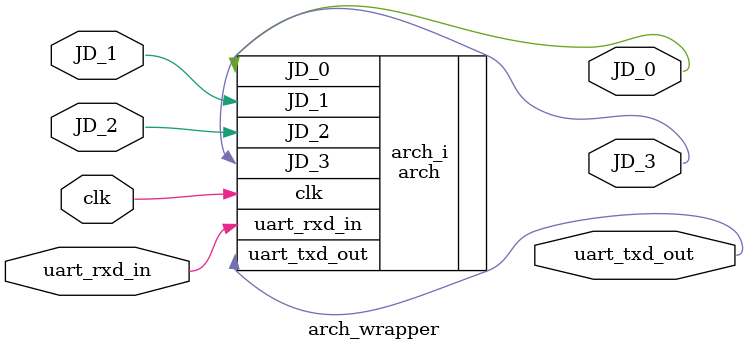
<source format=v>
`timescale 1 ps / 1 ps

module arch_wrapper
   (JD_0,
    JD_1,
    JD_2,
    JD_3,
    clk,
    uart_rxd_in,
    uart_txd_out);
  output JD_0;
  input JD_1;
  input JD_2;
  output JD_3;
  input clk;
  input uart_rxd_in;
  output uart_txd_out;

  wire JD_0;
  wire JD_1;
  wire JD_2;
  wire JD_3;
  wire clk;
  wire uart_rxd_in;
  wire uart_txd_out;

  arch arch_i
       (.JD_0(JD_0),
        .JD_1(JD_1),
        .JD_2(JD_2),
        .JD_3(JD_3),
        .clk(clk),
        .uart_rxd_in(uart_rxd_in),
        .uart_txd_out(uart_txd_out));
endmodule

</source>
